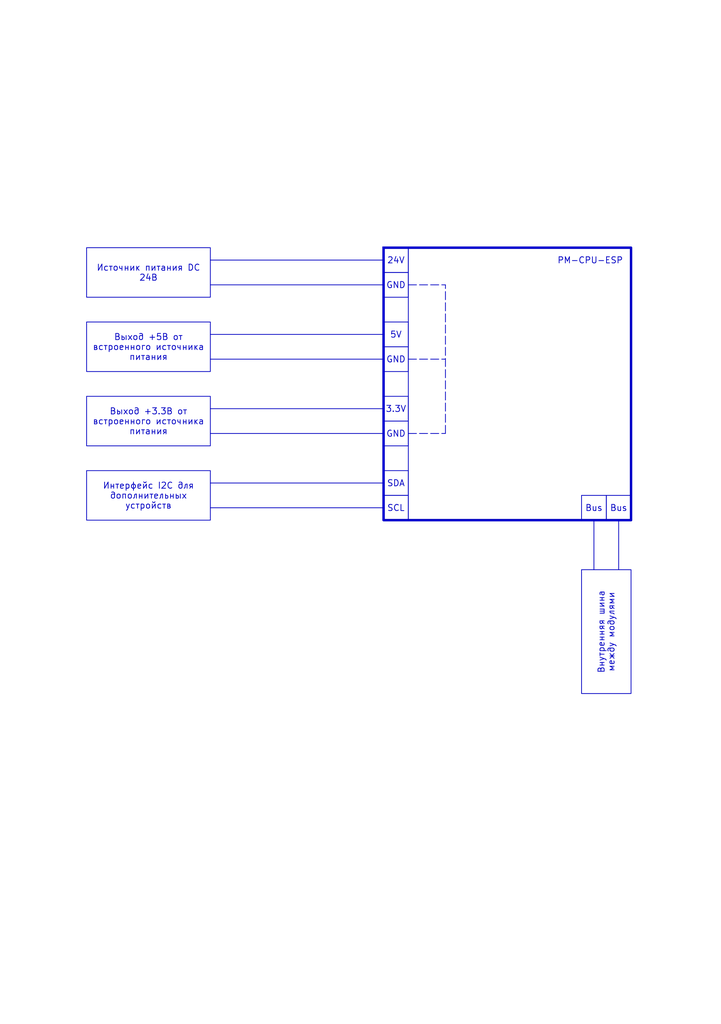
<source format=kicad_sch>
(kicad_sch
	(version 20231120)
	(generator "eeschema")
	(generator_version "8.0")
	(uuid "57a6d844-703b-4aec-bd03-da0adf1caec3")
	(paper "A5" portrait)
	(title_block
		(title "Схема внешних подключений")
		(date "2024-07-11")
	)
	(lib_symbols)
	(polyline
		(pts
			(xy 43.18 99.06) (xy 78.74 99.06)
		)
		(stroke
			(width 0)
			(type default)
		)
		(uuid "1d87d15a-1e2c-4781-b1ed-18284e3e485e")
	)
	(polyline
		(pts
			(xy 43.18 104.14) (xy 78.74 104.14)
		)
		(stroke
			(width 0)
			(type default)
		)
		(uuid "1e81eade-7ef9-46d3-8042-9f863507f655")
	)
	(polyline
		(pts
			(xy 83.82 73.66) (xy 91.44 73.66)
		)
		(stroke
			(width 0)
			(type dash)
		)
		(uuid "6b0cf13e-4f71-479e-b44d-b7f85f92940e")
	)
	(polyline
		(pts
			(xy 127 106.68) (xy 127 116.84)
		)
		(stroke
			(width 0)
			(type default)
		)
		(uuid "8f66b2c4-d5c2-4659-8e26-2397cab0daf0")
	)
	(polyline
		(pts
			(xy 43.18 73.66) (xy 78.74 73.66)
		)
		(stroke
			(width 0)
			(type default)
		)
		(uuid "905c423f-33ba-44bc-a6e3-6cecd54195c7")
	)
	(polyline
		(pts
			(xy 83.82 88.9) (xy 91.44 88.9)
		)
		(stroke
			(width 0)
			(type dash)
		)
		(uuid "9cd4951d-edd4-43ee-a3ce-a9ec43ba172a")
	)
	(polyline
		(pts
			(xy 43.18 68.58) (xy 78.74 68.58)
		)
		(stroke
			(width 0)
			(type default)
		)
		(uuid "b707e2cf-2c55-49de-b78c-c0d6c749c42c")
	)
	(polyline
		(pts
			(xy 43.18 58.42) (xy 78.74 58.42)
		)
		(stroke
			(width 0)
			(type default)
		)
		(uuid "c9b773d0-0804-474e-985d-991f38de5260")
	)
	(polyline
		(pts
			(xy 43.18 88.9) (xy 78.74 88.9)
		)
		(stroke
			(width 0)
			(type default)
		)
		(uuid "d5c85def-73cc-4016-a0b8-0dfbe61f15ae")
	)
	(polyline
		(pts
			(xy 121.92 106.68) (xy 121.92 116.84)
		)
		(stroke
			(width 0)
			(type default)
		)
		(uuid "d6a07596-7665-4b21-93bc-df031c6c7624")
	)
	(polyline
		(pts
			(xy 83.82 58.42) (xy 91.44 58.42)
		)
		(stroke
			(width 0)
			(type dash)
		)
		(uuid "d96c11d5-1292-44f8-a2fd-679007e453b2")
	)
	(polyline
		(pts
			(xy 91.44 88.9) (xy 91.44 58.42)
		)
		(stroke
			(width 0)
			(type dash)
		)
		(uuid "de421eca-9c1e-4346-99ec-650f3f683433")
	)
	(polyline
		(pts
			(xy 43.18 83.82) (xy 78.74 83.82)
		)
		(stroke
			(width 0)
			(type default)
		)
		(uuid "e9b16238-36e0-4127-84b6-c8cd3a8fe3be")
	)
	(polyline
		(pts
			(xy 43.18 53.34) (xy 78.74 53.34)
		)
		(stroke
			(width 0)
			(type default)
		)
		(uuid "ea0b6076-a631-495f-bfa7-e0f21cd2fe0b")
	)
	(rectangle
		(start 78.74 50.8)
		(end 129.54 106.68)
		(stroke
			(width 0.5)
			(type default)
		)
		(fill
			(type none)
		)
		(uuid 4ac10c17-4414-42d1-8a0f-295c2b2f9152)
	)
	(rectangle
		(start 78.74 50.8)
		(end 83.82 106.68)
		(stroke
			(width 0)
			(type default)
		)
		(fill
			(type none)
		)
		(uuid 687348d2-61e5-4314-aae4-e9baadfb8c87)
	)
	(text_box "GND"
		(exclude_from_sim no)
		(at 78.74 55.88 0)
		(size 5.08 5.08)
		(stroke
			(width 0)
			(type default)
		)
		(fill
			(type none)
		)
		(effects
			(font
				(size 1.27 1.27)
			)
		)
		(uuid "1e7efd6b-d6c3-4087-8a5e-ae89a5233c40")
	)
	(text_box "Внутренняя шина между модулями"
		(exclude_from_sim no)
		(at 119.38 116.84 90)
		(size 10.16 25.4)
		(stroke
			(width 0)
			(type default)
		)
		(fill
			(type none)
		)
		(effects
			(font
				(size 1.27 1.27)
			)
		)
		(uuid "31a8f3b1-72dd-4bea-a640-6c24a9e818a8")
	)
	(text_box "Интерфейс I2C для дополнительных устройств"
		(exclude_from_sim no)
		(at 17.78 96.52 0)
		(size 25.4 10.16)
		(stroke
			(width 0)
			(type default)
		)
		(fill
			(type none)
		)
		(effects
			(font
				(size 1.27 1.27)
			)
		)
		(uuid "55ac1978-2619-4b0f-933f-3a8798ca78de")
	)
	(text_box "GND"
		(exclude_from_sim no)
		(at 78.74 71.12 0)
		(size 5.08 5.08)
		(stroke
			(width 0)
			(type default)
		)
		(fill
			(type none)
		)
		(effects
			(font
				(size 1.27 1.27)
			)
		)
		(uuid "5bc97381-a370-4aba-83c5-e5f7b4ffeda8")
	)
	(text_box "Выход +3.3В от встроенного источника питания"
		(exclude_from_sim no)
		(at 17.78 81.28 0)
		(size 25.4 10.16)
		(stroke
			(width 0)
			(type default)
		)
		(fill
			(type none)
		)
		(effects
			(font
				(size 1.27 1.27)
			)
		)
		(uuid "616e390c-e67d-497b-962e-38a396bf2560")
	)
	(text_box "5V"
		(exclude_from_sim no)
		(at 78.74 66.04 0)
		(size 5.08 5.08)
		(stroke
			(width 0)
			(type default)
		)
		(fill
			(type none)
		)
		(effects
			(font
				(size 1.27 1.27)
			)
		)
		(uuid "67610154-6c38-461b-b7c8-e5f371a2922a")
	)
	(text_box "Выход +5В от встроенного источника питания"
		(exclude_from_sim no)
		(at 17.78 66.04 0)
		(size 25.4 10.16)
		(stroke
			(width 0)
			(type default)
		)
		(fill
			(type none)
		)
		(effects
			(font
				(size 1.27 1.27)
			)
		)
		(uuid "761f884f-cb78-4884-93c0-269e0ee6bbe2")
	)
	(text_box "Bus"
		(exclude_from_sim no)
		(at 119.38 101.6 0)
		(size 5.08 5.08)
		(stroke
			(width 0)
			(type default)
		)
		(fill
			(type none)
		)
		(effects
			(font
				(size 1.27 1.27)
			)
		)
		(uuid "87a9d7d4-afaf-405f-9a6a-3a4652a80c12")
	)
	(text_box "3.3V"
		(exclude_from_sim no)
		(at 78.74 81.28 0)
		(size 5.08 5.08)
		(stroke
			(width 0)
			(type default)
		)
		(fill
			(type none)
		)
		(effects
			(font
				(size 1.27 1.27)
			)
		)
		(uuid "8ae47b1e-d0a4-4d87-a1a0-66acec74c51f")
	)
	(text_box "24V"
		(exclude_from_sim no)
		(at 78.74 50.8 0)
		(size 5.08 5.08)
		(stroke
			(width 0)
			(type default)
		)
		(fill
			(type none)
		)
		(effects
			(font
				(size 1.27 1.27)
			)
		)
		(uuid "8ef93f66-b897-45e3-93ff-b7f8267c4cbe")
	)
	(text_box "SDA"
		(exclude_from_sim no)
		(at 78.74 96.52 0)
		(size 5.08 5.08)
		(stroke
			(width 0)
			(type default)
		)
		(fill
			(type none)
		)
		(effects
			(font
				(size 1.27 1.27)
			)
		)
		(uuid "9cc42694-e020-4ab3-b4a9-dd62bef7065d")
	)
	(text_box "GND"
		(exclude_from_sim no)
		(at 78.74 86.36 0)
		(size 5.08 5.08)
		(stroke
			(width 0)
			(type default)
		)
		(fill
			(type none)
		)
		(effects
			(font
				(size 1.27 1.27)
			)
		)
		(uuid "9e333502-1de1-4046-b805-8294483fdc6a")
	)
	(text_box "Источник питания DC 24В"
		(exclude_from_sim no)
		(at 17.78 50.8 0)
		(size 25.4 10.16)
		(stroke
			(width 0)
			(type default)
		)
		(fill
			(type none)
		)
		(effects
			(font
				(size 1.27 1.27)
			)
		)
		(uuid "afae773e-2ca7-4ff3-a740-a3b29aa7bbe0")
	)
	(text_box "SCL"
		(exclude_from_sim no)
		(at 78.74 101.6 0)
		(size 5.08 5.08)
		(stroke
			(width 0)
			(type default)
		)
		(fill
			(type none)
		)
		(effects
			(font
				(size 1.27 1.27)
			)
		)
		(uuid "c6ef573b-653b-4199-a26f-784adb22689e")
	)
	(text_box "Bus"
		(exclude_from_sim no)
		(at 124.46 101.6 0)
		(size 5.08 5.08)
		(stroke
			(width 0)
			(type default)
		)
		(fill
			(type none)
		)
		(effects
			(font
				(size 1.27 1.27)
			)
		)
		(uuid "f2141ab8-b3d4-4f76-b17a-697ccdda1c6e")
	)
	(text "PM-CPU-ESP"
		(exclude_from_sim no)
		(at 121.158 53.594 0)
		(effects
			(font
				(size 1.27 1.27)
			)
		)
		(uuid "ecb06e5d-ed40-4185-beeb-bf03bf3f2b78")
	)
)

</source>
